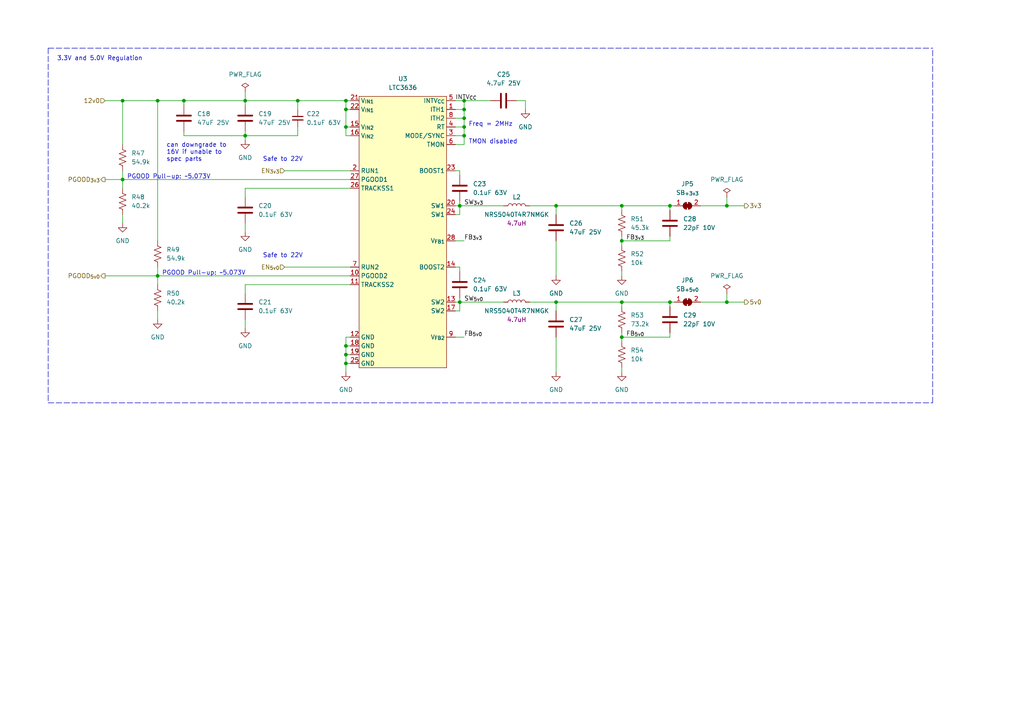
<source format=kicad_sch>
(kicad_sch (version 20230121) (generator eeschema)
  (paper "A4")
  (title_block (title "Control") (date "2023-02-21") (rev "1.0.0") (company "The A-Team (RC SSL)") (comment 1 "W. Stuckey & R. Osawa"))
  (lib_symbols
    (symbol "AT-PowerIC:LTC3636"
      (property "Reference" "U" (at 0 41.91 0))
      (property "Value" "LTC3636" (at 0 -41.91 0))
      (symbol "LTC3636_0_1"
        (rectangle (start -12.7 39.37) (end 12.7 -39.37) (stroke (width 0.1524)) (fill (type background)))
      )
      (symbol "LTC3636_1_1"
        (pin passive line (at 15.24 35.56 180) (length 2.54) (name "ITH1") (number "1"))
        (pin input line (at -15.24 -12.7 0) (length 2.54) (name "PGOOD2") (number "10"))
        (pin input line (at -15.24 -15.24 0) (length 2.54) (name "TRACKSS2") (number "11"))
        (pin power_in line (at -15.24 -30.48 0) (length 2.54) (name "GND") (number "12"))
        (pin power_out line (at 15.24 -20.32 180) (length 2.54) (name "SW2") (number "13"))
        (pin bidirectional line (at 15.24 -10.16 180) (length 2.54) (name "BOOST2") (number "14"))
        (pin power_in line (at -15.24 30.48 0) (length 2.54) (name "V_{IN2}") (number "15"))
        (pin power_in line (at -15.24 27.94 0) (length 2.54) (name "V_{IN2}") (number "16"))
        (pin passive line (at 15.24 -22.86 180) (length 2.54) (name "SW2") (number "17"))
        (pin power_in line (at -15.24 -33.02 0) (length 2.54) (name "GND") (number "18"))
        (pin power_in line (at -15.24 -35.56 0) (length 2.54) (name "GND") (number "19"))
        (pin input line (at -15.24 17.78 0) (length 2.54) (name "RUN1") (number "2"))
        (pin power_out line (at 15.24 7.62 180) (length 2.54) (name "SW1") (number "20"))
        (pin power_in line (at -15.24 38.1 0) (length 2.54) (name "V_{IN1}") (number "21"))
        (pin power_in line (at -15.24 35.56 0) (length 2.54) (name "V_{IN1}") (number "22"))
        (pin bidirectional line (at 15.24 17.78 180) (length 2.54) (name "BOOST1") (number "23"))
        (pin passive line (at 15.24 5.08 180) (length 2.54) (name "SW1") (number "24"))
        (pin power_in line (at -15.24 -38.1 0) (length 2.54) (name "GND") (number "25"))
        (pin input line (at -15.24 12.7 0) (length 2.54) (name "TRACKSS1") (number "26"))
        (pin input line (at -15.24 15.24 0) (length 2.54) (name "PGOOD1") (number "27"))
        (pin input line (at 15.24 -2.54 180) (length 2.54) (name "V_{FB1}") (number "28"))
        (pin input line (at 15.24 27.94 180) (length 2.54) (name "MODE/SYNC") (number "3"))
        (pin input line (at 15.24 30.48 180) (length 2.54) (name "RT") (number "4"))
        (pin power_out line (at 15.24 38.1 180) (length 2.54) (name "INTV_{CC}") (number "5"))
        (pin passive line (at 15.24 25.4 180) (length 2.54) (name "TMON") (number "6"))
        (pin input line (at -15.24 -10.16 0) (length 2.54) (name "RUN2") (number "7"))
        (pin passive line (at 15.24 33.02 180) (length 2.54) (name "ITH2") (number "8"))
        (pin output line (at 15.24 -30.48 180) (length 2.54) (name "V_{FB2}") (number "9"))
      )
    )
    (symbol "Device:C" (pin_numbers hide) (pin_names (offset 0.254))
      (property "Reference" "C" (at 0.635 2.54 0))
      (property "Value" "C" (at 0.635 -2.54 0))
      (symbol "C_0_1"
        (polyline (pts (xy -2.032 -0.762) (xy 2.032 -0.762)) (stroke (width 0.508)))
        (polyline (pts (xy -2.032 0.762) (xy 2.032 0.762)) (stroke (width 0.508)))
      )
      (symbol "C_1_1"
        (pin passive line (at 0 3.81 270) (length 2.794) (name "~") (number "1"))
        (pin passive line (at 0 -3.81 90) (length 2.794) (name "~") (number "2"))
      )
    )
    (symbol "Device:C_Small" (pin_numbers hide) (pin_names (offset 0.254) hide)
      (property "Reference" "C" (at 0.254 1.778 0))
      (property "Value" "C_Small" (at 0.254 -2.032 0))
      (symbol "C_Small_0_1"
        (polyline (pts (xy -1.524 -0.508) (xy 1.524 -0.508)) (stroke (width 0.3302)))
        (polyline (pts (xy -1.524 0.508) (xy 1.524 0.508)) (stroke (width 0.3048)))
      )
      (symbol "C_Small_1_1"
        (pin passive line (at 0 2.54 270) (length 2.032) (name "~") (number "1"))
        (pin passive line (at 0 -2.54 90) (length 2.032) (name "~") (number "2"))
      )
    )
    (symbol "Device:L" (pin_numbers hide) (pin_names (offset 1.016) hide)
      (property "Reference" "L" (at -1.27 0 90))
      (property "Value" "L" (at 1.905 0 90))
      (symbol "L_0_1"
        (arc (start 0 -2.54) (mid 0.6323 -1.905) (end 0 -1.27))
        (arc (start 0 -1.27) (mid 0.6323 -0.635) (end 0 0))
        (arc (start 0 0) (mid 0.6323 0.635) (end 0 1.27))
        (arc (start 0 1.27) (mid 0.6323 1.905) (end 0 2.54))
      )
      (symbol "L_1_1"
        (pin passive line (at 0 3.81 270) (length 1.27) (name "1") (number "1"))
        (pin passive line (at 0 -3.81 90) (length 1.27) (name "2") (number "2"))
      )
    )
    (symbol "Device:R_US" (pin_numbers hide) (pin_names (offset 0))
      (property "Reference" "R" (at 2.54 0 90))
      (property "Value" "R_US" (at -2.54 0 90))
      (symbol "R_US_0_1"
        (polyline (pts (xy 0 -2.286) (xy 0 -2.54)))
        (polyline (pts (xy 0 2.286) (xy 0 2.54)))
        (polyline (pts (xy 0 -0.762) (xy 1.016 -1.143) (xy 0 -1.524) (xy -1.016 -1.905) (xy 0 -2.286)))
        (polyline (pts (xy 0 0.762) (xy 1.016 0.381) (xy 0 0) (xy -1.016 -0.381) (xy 0 -0.762)))
        (polyline (pts (xy 0 2.286) (xy 1.016 1.905) (xy 0 1.524) (xy -1.016 1.143) (xy 0 0.762)))
      )
      (symbol "R_US_1_1"
        (pin passive line (at 0 3.81 270) (length 1.27) (name "~") (number "1"))
        (pin passive line (at 0 -3.81 90) (length 1.27) (name "~") (number "2"))
      )
    )
    (symbol "Jumper:SolderJumper_2_Bridged" (pin_names (offset 0) hide)
      (property "Reference" "JP" (at 0 2.032 0))
      (property "Value" "SolderJumper_2_Bridged" (at 0 -2.54 0))
      (symbol "SolderJumper_2_Bridged_0_1"
        (rectangle (start -0.508 0.508) (end 0.508 -0.508) (fill (type outline)))
        (arc (start -0.254 1.016) (mid -1.2656 0) (end -0.254 -1.016))
        (arc (start -0.254 1.016) (mid -1.2656 0) (end -0.254 -1.016) (fill (type outline)))
        (polyline (pts (xy -0.254 1.016) (xy -0.254 -1.016)))
        (polyline (pts (xy 0.254 1.016) (xy 0.254 -1.016)))
        (arc (start 0.254 -1.016) (mid 1.2656 0) (end 0.254 1.016))
        (arc (start 0.254 -1.016) (mid 1.2656 0) (end 0.254 1.016) (fill (type outline)))
      )
      (symbol "SolderJumper_2_Bridged_1_1"
        (pin passive line (at -3.81 0 0) (length 2.54) (name "A") (number "1"))
        (pin passive line (at 3.81 0 180) (length 2.54) (name "B") (number "2"))
      )
    )
    (symbol "power:GND" (power) (pin_names (offset 0))
      (property "Value" "GND" (at 0 -3.81 0))
      (symbol "GND_0_1"
        (polyline (pts (xy 0 0) (xy 0 -1.27) (xy 1.27 -1.27) (xy 0 -2.54) (xy -1.27 -1.27) (xy 0 -1.27)))
      )
      (symbol "GND_1_1"
        (pin power_in line (at 0 0 270) (length 0) hide (name "GND") (number "1"))
      )
    )
    (symbol "power:PWR_FLAG" (power) (pin_numbers hide) (pin_names (offset 0) hide)
      (property "Value" "PWR_FLAG" (at 0 3.81 0))
      (symbol "PWR_FLAG_0_0"
        (pin power_out line (at 0 0 90) (length 0) (name "pwr") (number "1"))
      )
      (symbol "PWR_FLAG_0_1"
        (polyline (pts (xy 0 0) (xy 0 1.27) (xy -1.016 1.905) (xy 0 2.54) (xy 1.016 1.905) (xy 0 1.27)))
      )
    )
  )
  (junction (at 71.12 39.37) (diameter 0.9144))
  (junction (at 35.56 29.21) (diameter 0.9144))
  (junction (at 161.29 59.69) (diameter 0.9144))
  (junction (at 180.34 97.79) (diameter 0.9144))
  (junction (at 100.33 105.41) (diameter 0.9144))
  (junction (at 134.62 31.75) (diameter 0.9144))
  (junction (at 53.34 29.21) (diameter 0.9144))
  (junction (at 35.56 52.07) (diameter 0.9144))
  (junction (at 180.34 69.85) (diameter 0.9144))
  (junction (at 86.36 29.21))
  (junction (at 180.34 59.69))
  (junction (at 134.62 39.37))
  (junction (at 100.33 102.87) (diameter 0.9144))
  (junction (at 194.31 87.63))
  (junction (at 134.62 36.83) (diameter 0.9144))
  (junction (at 210.82 59.69))
  (junction (at 100.33 36.83) (diameter 0.9144))
  (junction (at 100.33 100.33) (diameter 0.9144))
  (junction (at 134.62 34.29) (diameter 0.9144))
  (junction (at 161.29 87.63) (diameter 0.9144))
  (junction (at 45.72 80.01) (diameter 0.9144))
  (junction (at 180.34 87.63))
  (junction (at 194.31 59.69))
  (junction (at 133.35 59.69) (diameter 0.9144))
  (junction (at 100.33 31.75) (diameter 0.9144))
  (junction (at 45.72 29.21) (diameter 0.9144))
  (junction (at 100.33 29.21) (diameter 0.9144))
  (junction (at 71.12 29.21) (diameter 0.9144))
  (junction (at 210.82 87.63))
  (junction (at 134.62 29.21) (diameter 0.9144))
  (junction (at 133.35 87.63) (diameter 0.9144))
  (wire (pts (xy 71.12 26.67) (xy 71.12 29.21)))
  (wire (pts (xy 100.33 39.37) (xy 100.33 36.83)))
  (wire (pts (xy 71.12 54.61) (xy 101.6 54.61)))
  (wire (pts (xy 180.34 69.85) (xy 180.34 71.12)))
  (wire (pts (xy 45.72 90.17) (xy 45.72 92.71)))
  (wire (pts (xy 71.12 92.71) (xy 71.12 95.25)))
  (wire (pts (xy 100.33 100.33) (xy 100.33 102.87)))
  (wire (pts (xy 132.08 34.29) (xy 134.62 34.29)))
  (wire (pts (xy 161.29 69.85) (xy 161.29 80.01)))
  (wire (pts (xy 30.48 29.21) (xy 35.56 29.21)))
  (wire (pts (xy 35.56 62.23) (xy 35.56 64.77)))
  (wire (pts (xy 133.35 87.63) (xy 133.35 90.17)))
  (wire (pts (xy 134.62 29.21) (xy 132.08 29.21)))
  (wire (pts (xy 132.08 87.63) (xy 133.35 87.63)))
  (wire (pts (xy 210.82 59.69) (xy 215.9 59.69)))
  (wire (pts (xy 133.35 87.63) (xy 133.35 86.36)))
  (wire (pts (xy 133.35 49.53) (xy 133.35 50.8)))
  (wire (pts (xy 132.08 31.75) (xy 134.62 31.75)))
  (wire (pts (xy 133.35 59.69) (xy 146.05 59.69)))
  (wire (pts (xy 71.12 29.21) (xy 71.12 30.48)))
  (wire (pts (xy 86.36 29.21) (xy 86.36 31.75)))
  (wire (pts (xy 134.62 34.29) (xy 134.62 31.75)))
  (wire (pts (xy 180.34 106.68) (xy 180.34 107.95)))
  (polyline (pts (xy 13.97 13.97) (xy 13.97 116.84)) (stroke (width 0) (type dash)))
  (polyline (pts (xy 13.97 13.97) (xy 270.51 13.97)) (stroke (width 0) (type dash)))
  (polyline (pts (xy 13.97 116.84) (xy 270.51 116.84)) (stroke (width 0) (type dash)))
  (polyline (pts (xy 270.51 116.84) (xy 270.51 13.97)) (stroke (width 0) (type dash)))
  (wire (pts (xy 161.29 59.69) (xy 180.34 59.69)))
  (wire (pts (xy 35.56 52.07) (xy 101.6 52.07)))
  (wire (pts (xy 161.29 87.63) (xy 180.34 87.63)))
  (wire (pts (xy 45.72 80.01) (xy 101.6 80.01)))
  (wire (pts (xy 180.34 87.63) (xy 194.31 87.63)))
  (wire (pts (xy 194.31 96.52) (xy 194.31 97.79)))
  (wire (pts (xy 153.67 59.69) (xy 161.29 59.69)))
  (wire (pts (xy 30.48 80.01) (xy 45.72 80.01)))
  (wire (pts (xy 71.12 39.37) (xy 71.12 40.64)))
  (wire (pts (xy 86.36 36.83) (xy 86.36 39.37)))
  (wire (pts (xy 100.33 31.75) (xy 101.6 31.75)))
  (wire (pts (xy 100.33 31.75) (xy 100.33 29.21)))
  (wire (pts (xy 71.12 64.77) (xy 71.12 67.31)))
  (wire (pts (xy 210.82 85.09) (xy 210.82 87.63)))
  (wire (pts (xy 180.34 97.79) (xy 194.31 97.79)))
  (wire (pts (xy 134.62 36.83) (xy 134.62 34.29)))
  (wire (pts (xy 71.12 29.21) (xy 53.34 29.21)))
  (wire (pts (xy 134.62 29.21) (xy 142.24 29.21)))
  (wire (pts (xy 53.34 29.21) (xy 53.34 30.48)))
  (wire (pts (xy 132.08 90.17) (xy 133.35 90.17)))
  (wire (pts (xy 71.12 38.1) (xy 71.12 39.37)))
  (wire (pts (xy 100.33 102.87) (xy 101.6 102.87)))
  (wire (pts (xy 82.55 77.47) (xy 101.6 77.47)))
  (wire (pts (xy 100.33 29.21) (xy 86.36 29.21)))
  (wire (pts (xy 180.34 96.52) (xy 180.34 97.79)))
  (wire (pts (xy 86.36 29.21) (xy 71.12 29.21)))
  (wire (pts (xy 132.08 62.23) (xy 133.35 62.23)))
  (wire (pts (xy 45.72 29.21) (xy 35.56 29.21)))
  (wire (pts (xy 71.12 39.37) (xy 86.36 39.37)))
  (wire (pts (xy 45.72 29.21) (xy 45.72 69.85)))
  (wire (pts (xy 194.31 69.85) (xy 180.34 69.85)))
  (wire (pts (xy 132.08 39.37) (xy 134.62 39.37)))
  (wire (pts (xy 100.33 97.79) (xy 100.33 100.33)))
  (wire (pts (xy 100.33 105.41) (xy 100.33 107.95)))
  (wire (pts (xy 203.2 59.69) (xy 210.82 59.69)))
  (wire (pts (xy 133.35 59.69) (xy 133.35 58.42)))
  (wire (pts (xy 203.2 87.63) (xy 210.82 87.63)))
  (wire (pts (xy 180.34 87.63) (xy 180.34 88.9)))
  (wire (pts (xy 100.33 36.83) (xy 101.6 36.83)))
  (wire (pts (xy 100.33 100.33) (xy 101.6 100.33)))
  (wire (pts (xy 133.35 87.63) (xy 146.05 87.63)))
  (wire (pts (xy 45.72 77.47) (xy 45.72 80.01)))
  (wire (pts (xy 101.6 39.37) (xy 100.33 39.37)))
  (wire (pts (xy 194.31 59.69) (xy 195.58 59.69)))
  (wire (pts (xy 53.34 38.1) (xy 53.34 39.37)))
  (wire (pts (xy 194.31 60.96) (xy 194.31 59.69)))
  (wire (pts (xy 194.31 68.58) (xy 194.31 69.85)))
  (wire (pts (xy 45.72 29.21) (xy 53.34 29.21)))
  (wire (pts (xy 133.35 62.23) (xy 133.35 59.69)))
  (wire (pts (xy 149.86 29.21) (xy 152.4 29.21)))
  (wire (pts (xy 53.34 39.37) (xy 71.12 39.37)))
  (wire (pts (xy 194.31 59.69) (xy 180.34 59.69)))
  (wire (pts (xy 132.08 49.53) (xy 133.35 49.53)))
  (wire (pts (xy 180.34 68.58) (xy 180.34 69.85)))
  (wire (pts (xy 82.55 49.53) (xy 101.6 49.53)))
  (wire (pts (xy 161.29 62.23) (xy 161.29 59.69)))
  (wire (pts (xy 71.12 85.09) (xy 71.12 82.55)))
  (wire (pts (xy 180.34 59.69) (xy 180.34 60.96)))
  (wire (pts (xy 132.08 41.91) (xy 134.62 41.91)))
  (wire (pts (xy 132.08 59.69) (xy 133.35 59.69)))
  (wire (pts (xy 210.82 87.63) (xy 215.9 87.63)))
  (wire (pts (xy 194.31 87.63) (xy 195.58 87.63)))
  (wire (pts (xy 210.82 57.15) (xy 210.82 59.69)))
  (wire (pts (xy 153.67 87.63) (xy 161.29 87.63)))
  (wire (pts (xy 194.31 88.9) (xy 194.31 87.63)))
  (wire (pts (xy 132.08 77.47) (xy 133.35 77.47)))
  (wire (pts (xy 101.6 97.79) (xy 100.33 97.79)))
  (wire (pts (xy 71.12 82.55) (xy 101.6 82.55)))
  (wire (pts (xy 161.29 97.79) (xy 161.29 107.95)))
  (wire (pts (xy 134.62 39.37) (xy 134.62 41.91)))
  (wire (pts (xy 132.08 69.85) (xy 134.62 69.85)))
  (wire (pts (xy 180.34 78.74) (xy 180.34 80.01)))
  (wire (pts (xy 71.12 57.15) (xy 71.12 54.61)))
  (wire (pts (xy 134.62 39.37) (xy 134.62 36.83)))
  (wire (pts (xy 133.35 78.74) (xy 133.35 77.47)))
  (wire (pts (xy 134.62 31.75) (xy 134.62 29.21)))
  (wire (pts (xy 35.56 49.53) (xy 35.56 52.07)))
  (wire (pts (xy 35.56 29.21) (xy 35.56 41.91)))
  (wire (pts (xy 100.33 105.41) (xy 101.6 105.41)))
  (wire (pts (xy 35.56 52.07) (xy 35.56 54.61)))
  (wire (pts (xy 132.08 36.83) (xy 134.62 36.83)))
  (wire (pts (xy 100.33 102.87) (xy 100.33 105.41)))
  (wire (pts (xy 100.33 36.83) (xy 100.33 31.75)))
  (wire (pts (xy 45.72 80.01) (xy 45.72 82.55)))
  (wire (pts (xy 100.33 29.21) (xy 101.6 29.21)))
  (wire (pts (xy 152.4 29.21) (xy 152.4 31.75)))
  (wire (pts (xy 161.29 87.63) (xy 161.29 90.17)))
  (wire (pts (xy 180.34 97.79) (xy 180.34 99.06)))
  (wire (pts (xy 132.08 97.79) (xy 134.62 97.79)))
  (wire (pts (xy 30.48 52.07) (xy 35.56 52.07)))
  (text "Safe to 22V" (at 76.2 46.99 0) (effects (font (size 1.27 1.27)) (justify left bottom)))
  (text "Freq = 2MHz" (at 135.89 36.83 0) (effects (font (size 1.27 1.27)) (justify left bottom)))
  (text "PGOOD Pull-up: ~5.073V" (at 36.83 52.07 0) (effects (font (size 1.27 1.27)) (justify left bottom)))
  (text "PGOOD Pull-up: ~5.073V" (at 46.99 80.01 0) (effects (font (size 1.27 1.27)) (justify left bottom)))
  (text "Safe to 22V" (at 76.2 74.93 0) (effects (font (size 1.27 1.27)) (justify left bottom)))
  (text "TMON disabled" (at 135.89 41.91 0) (effects (font (size 1.27 1.27)) (justify left bottom)))
  (text "3.3V and 5.0V Regulation" (at 16.51 17.78 0) (effects (font (size 1.27 1.27)) (justify left bottom)))
  (text "can downgrade to \n16V if unable to \nspec parts" (at 48.26 46.99 0) (effects (font (size 1.27 1.27)) (justify left bottom)))
  (label "FB_{5v0}" (at 134.62 97.79 0))
  (label "INTV_{CC}" (at 132.08 29.21 0))
  (label "SW_{5v0}" (at 134.62 87.63 0))
  (label "SW_{3v3}" (at 134.62 59.69 0))
  (label "FB_{5v0}" (at 181.61 97.79 0))
  (label "FB_{3v3}" (at 181.61 69.85 0))
  (label "FB_{3v3}" (at 134.62 69.85 0))
  (hierarchical_label "PGOOD_{3v3}" (shape output) (at 30.48 52.07 180))
  (hierarchical_label "3v3" (shape output) (at 215.9 59.69 0))
  (hierarchical_label "EN_{3v3}" (shape input) (at 82.55 49.53 180))
  (hierarchical_label "12v0" (shape input) (at 30.48 29.21 180))
  (hierarchical_label "EN_{5v0}" (shape input) (at 82.55 77.47 180))
  (hierarchical_label "5v0" (shape output) (at 215.9 87.63 0))
  (hierarchical_label "PGOOD_{5v0}" (shape output) (at 30.48 80.01 180))
  (symbol (lib_id "Device:C") (at 146.05 29.21 90) (unit 1)
    (property "Reference" "C25" (at 146.05 21.59 90))
    (property "Value" "4.7uF 25V" (at 146.05 24.13 90))
    (property "Footprint" "Capacitor_SMD:C_0805_2012Metric" (effects hide))
  )
  (symbol (lib_id "Device:C") (at 53.34 34.29 0) (unit 1)
    (property "Reference" "C18" (at 57.15 33.0199 0) (effects (justify left)))
    (property "Value" "47uF 25V" (at 57.15 35.5599 0) (effects (justify left)))
    (property "Footprint" "Capacitor_SMD:C_1210_3225Metric" (effects hide))
  )
  (symbol (lib_id "Device:R_US") (at 180.34 74.93 0) (unit 1)
    (property "Reference" "R52" (at 182.88 73.6599 0) (effects (justify left)))
    (property "Value" "10k" (at 182.88 76.1999 0) (effects (justify left)))
    (property "Footprint" "Resistor_SMD:R_0402_1005Metric" (effects hide))
  )
  (symbol (lib_id "power:GND") (at 71.12 40.64 0) (unit 1)
    (property "Reference" "#PWR049" (effects hide))
    (property "Value" "GND" (at 71.12 45.72 0))
  )
  (symbol (lib_id "Device:C") (at 71.12 34.29 0) (unit 1)
    (property "Reference" "C19" (at 74.93 33.0199 0) (effects (justify left)))
    (property "Value" "47uF 25V" (at 74.93 35.5599 0) (effects (justify left)))
    (property "Footprint" "Capacitor_SMD:C_1210_3225Metric" (effects hide))
  )
  (symbol (lib_id "Device:R_US") (at 45.72 86.36 180) (unit 1)
    (property "Reference" "R50" (at 48.26 85.0899 0) (effects (justify right)))
    (property "Value" "40.2k" (at 48.26 87.6299 0) (effects (justify right)))
    (property "Footprint" "Resistor_SMD:R_0402_1005Metric" (effects hide))
  )
  (symbol (lib_id "power:GND") (at 161.29 107.95 0) (unit 1)
    (property "Reference" "#PWR055" (effects hide))
    (property "Value" "GND" (at 161.29 113.03 0))
  )
  (symbol (lib_id "power:GND") (at 45.72 92.71 0) (unit 1)
    (property "Reference" "#PWR048" (effects hide))
    (property "Value" "GND" (at 45.72 97.79 0))
  )
  (symbol (lib_id "Device:R_US") (at 35.56 45.72 180) (unit 1)
    (property "Reference" "R47" (at 38.1 44.4499 0) (effects (justify right)))
    (property "Value" "54.9k" (at 38.1 46.9899 0) (effects (justify right)))
    (property "Footprint" "Resistor_SMD:R_0402_1005Metric" (effects hide))
  )
  (symbol (lib_id "Device:R_US") (at 45.72 73.66 180) (unit 1)
    (property "Reference" "R49" (at 48.26 72.3899 0) (effects (justify right)))
    (property "Value" "54.9k" (at 48.26 74.9299 0) (effects (justify right)))
    (property "Footprint" "Resistor_SMD:R_0402_1005Metric" (effects hide))
  )
  (symbol (lib_id "power:GND") (at 35.56 64.77 0) (unit 1)
    (property "Reference" "#PWR047" (effects hide))
    (property "Value" "GND" (at 35.56 69.85 0))
  )
  (symbol (lib_id "Device:C") (at 161.29 66.04 0) (unit 1)
    (property "Reference" "C26" (at 165.1 64.7699 0) (effects (justify left)))
    (property "Value" "47uF 25V" (at 165.1 67.3099 0) (effects (justify left)))
    (property "Footprint" "Capacitor_SMD:C_1210_3225Metric" (effects hide))
  )
  (symbol (lib_id "Jumper:SolderJumper_2_Bridged") (at 199.39 87.63 0) (unit 1) (in_bom no)
    (property "Reference" "JP6" (at 199.39 81.28 0))
    (property "Value" "SB_{+5v0}" (at 199.39 83.82 0))
    (property "Footprint" "AT-BoardFeatures:SolderJumper-2_2.0x1.2mm_Closed" (effects hide))
  )
  (symbol (lib_id "power:GND") (at 71.12 67.31 0) (unit 1)
    (property "Reference" "#PWR050" (effects hide))
    (property "Value" "GND" (at 71.12 72.39 0))
  )
  (symbol (lib_id "Jumper:SolderJumper_2_Bridged") (at 199.39 59.69 0) (unit 1) (in_bom no)
    (property "Reference" "JP5" (at 199.39 53.34 0))
    (property "Value" "SB_{+3v3}" (at 199.39 55.88 0))
    (property "Footprint" "AT-BoardFeatures:SolderJumper-2_2.0x1.2mm_Closed" (effects hide))
  )
  (symbol (lib_id "Device:L") (at 149.86 59.69 90) (unit 1)
    (property "Reference" "L2" (at 149.86 57.15 90))
    (property "Value" "NRS5040T4R7NMGK" (at 149.86 62.23 90))
    (property "Footprint" "AT-Inductors:NRx-5040" (effects hide))
    (property "Value2" "4.7uH" (at 149.86 64.77 90))
  )
  (symbol (lib_id "Device:R_US") (at 180.34 102.87 0) (unit 1)
    (property "Reference" "R54" (at 182.88 101.5999 0) (effects (justify left)))
    (property "Value" "10k" (at 182.88 104.1399 0) (effects (justify left)))
    (property "Footprint" "Resistor_SMD:R_0402_1005Metric" (effects hide))
  )
  (symbol (lib_id "power:GND") (at 152.4 31.75 0) (unit 1)
    (property "Reference" "#PWR053" (effects hide))
    (property "Value" "GND" (at 152.4 36.83 0))
  )
  (symbol (lib_id "Device:C") (at 161.29 93.98 0) (unit 1)
    (property "Reference" "C27" (at 165.1 92.7099 0) (effects (justify left)))
    (property "Value" "47uF 25V" (at 165.1 95.2499 0) (effects (justify left)))
    (property "Footprint" "Capacitor_SMD:C_1210_3225Metric" (effects hide))
  )
  (symbol (lib_id "power:GND") (at 180.34 107.95 0) (unit 1)
    (property "Reference" "#PWR057" (effects hide))
    (property "Value" "GND" (at 180.34 113.03 0))
  )
  (symbol (lib_id "Device:R_US") (at 35.56 58.42 180) (unit 1)
    (property "Reference" "R48" (at 38.1 57.1499 0) (effects (justify right)))
    (property "Value" "40.2k" (at 38.1 59.6899 0) (effects (justify right)))
    (property "Footprint" "Resistor_SMD:R_0402_1005Metric" (effects hide))
  )
  (symbol (lib_id "AT-PowerIC:LTC3636") (at 116.84 67.31 0) (unit 1)
    (property "Reference" "U3" (at 116.84 22.86 0))
    (property "Value" "LTC3636" (at 116.84 25.4 0))
    (property "Footprint" "AT-IC:UFD_AA_NoExtraPad" (effects hide))
    (property "Datasheet" "https://www.analog.com/media/en/technical-documentation/data-sheets/ltc3636-3636-1.pdf" (effects hide))
  )
  (symbol (lib_id "Device:C") (at 133.35 54.61 0) (unit 1)
    (property "Reference" "C23" (at 137.16 53.3399 0) (effects (justify left)))
    (property "Value" "0.1uF 63V" (at 137.16 55.8799 0) (effects (justify left)))
    (property "Footprint" "Capacitor_SMD:C_0402_1005Metric" (effects hide))
  )
  (symbol (lib_id "power:GND") (at 100.33 107.95 0) (unit 1)
    (property "Reference" "#PWR052" (effects hide))
    (property "Value" "GND" (at 100.33 113.03 0))
  )
  (symbol (lib_id "power:GND") (at 180.34 80.01 0) (unit 1)
    (property "Reference" "#PWR056" (effects hide))
    (property "Value" "GND" (at 180.34 85.09 0))
  )
  (symbol (lib_id "Device:C") (at 71.12 88.9 0) (unit 1)
    (property "Reference" "C21" (at 74.93 87.6299 0) (effects (justify left)))
    (property "Value" "0.1uF 63V" (at 74.93 90.1699 0) (effects (justify left)))
    (property "Footprint" "Capacitor_SMD:C_0402_1005Metric" (effects hide))
  )
  (symbol (lib_id "Device:C") (at 71.12 60.96 0) (unit 1)
    (property "Reference" "C20" (at 74.93 59.6899 0) (effects (justify left)))
    (property "Value" "0.1uF 63V" (at 74.93 62.2299 0) (effects (justify left)))
    (property "Footprint" "Capacitor_SMD:C_0402_1005Metric" (effects hide))
  )
  (symbol (lib_id "Device:R_US") (at 180.34 92.71 0) (unit 1)
    (property "Reference" "R53" (at 182.88 91.4399 0) (effects (justify left)))
    (property "Value" "73.2k" (at 182.88 93.9799 0) (effects (justify left)))
    (property "Footprint" "Resistor_SMD:R_0402_1005Metric" (effects hide))
  )
  (symbol (lib_id "power:GND") (at 71.12 95.25 0) (unit 1)
    (property "Reference" "#PWR051" (effects hide))
    (property "Value" "GND" (at 71.12 100.33 0))
  )
  (symbol (lib_id "Device:L") (at 149.86 87.63 90) (unit 1)
    (property "Reference" "L3" (at 149.86 85.09 90))
    (property "Value" "NRS5040T4R7NMGK" (at 149.86 90.17 90))
    (property "Footprint" "AT-Inductors:NRx-5040" (effects hide))
    (property "Value2" "4.7uH" (at 149.86 92.71 90))
  )
  (symbol (lib_id "Device:C") (at 133.35 82.55 0) (unit 1)
    (property "Reference" "C24" (at 137.16 81.2799 0) (effects (justify left)))
    (property "Value" "0.1uF 63V" (at 137.16 83.8199 0) (effects (justify left)))
    (property "Footprint" "Capacitor_SMD:C_0402_1005Metric" (effects hide))
  )
  (symbol (lib_id "power:PWR_FLAG") (at 210.82 85.09 0) (unit 1)
    (property "Reference" "#FLG08" (effects hide))
    (property "Value" "PWR_FLAG" (at 210.82 80.01 0))
  )
  (symbol (lib_id "power:GND") (at 161.29 80.01 0) (unit 1)
    (property "Reference" "#PWR054" (effects hide))
    (property "Value" "GND" (at 161.29 85.09 0))
  )
  (symbol (lib_id "Device:C") (at 194.31 92.71 0) (unit 1)
    (property "Reference" "C29" (at 198.12 91.4399 0) (effects (justify left)))
    (property "Value" "22pF 10V" (at 198.12 93.9799 0) (effects (justify left)))
    (property "Footprint" "Capacitor_SMD:C_0402_1005Metric" (effects hide))
  )
  (symbol (lib_id "power:PWR_FLAG") (at 71.12 26.67 0) (unit 1)
    (property "Reference" "#FLG06" (effects hide))
    (property "Value" "PWR_FLAG" (at 71.12 21.59 0))
  )
  (symbol (lib_id "power:PWR_FLAG") (at 210.82 57.15 0) (unit 1)
    (property "Reference" "#FLG07" (effects hide))
    (property "Value" "PWR_FLAG" (at 210.82 52.07 0))
  )
  (symbol (lib_id "Device:R_US") (at 180.34 64.77 0) (unit 1)
    (property "Reference" "R51" (at 182.88 63.4999 0) (effects (justify left)))
    (property "Value" "45.3k" (at 182.88 66.0399 0) (effects (justify left)))
    (property "Footprint" "Resistor_SMD:R_0402_1005Metric" (effects hide))
  )
  (symbol (lib_id "Device:C_Small") (at 86.36 34.29 0) (unit 1)
    (property "Reference" "C22" (at 88.9 33.0262 0) (effects (justify left)))
    (property "Value" "0.1uF 63V" (at 88.9 35.5662 0) (effects (justify left)))
    (property "Footprint" "Capacitor_SMD:C_0402_1005Metric" (effects hide))
  )
  (symbol (lib_id "Device:C") (at 194.31 64.77 0) (unit 1)
    (property "Reference" "C28" (at 198.12 63.4999 0) (effects (justify left)))
    (property "Value" "22pF 10V" (at 198.12 66.0399 0) (effects (justify left)))
    (property "Footprint" "Capacitor_SMD:C_0402_1005Metric" (effects hide))
  )
)
</source>
